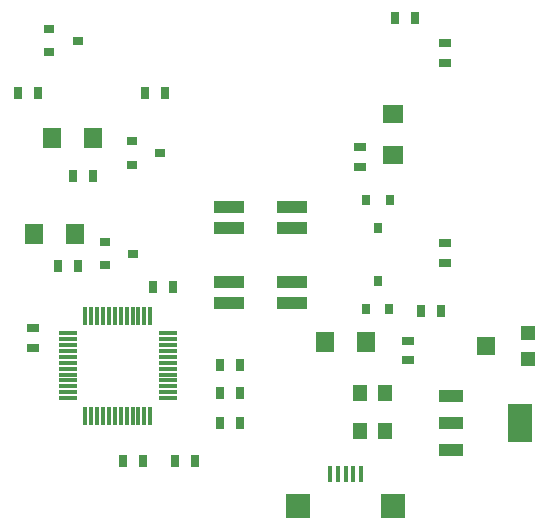
<source format=gbr>
%TF.GenerationSoftware,Altium Limited,Altium Designer,21.2.1 (34)*%
G04 Layer_Color=128*
%FSLAX25Y25*%
%MOIN*%
%TF.SameCoordinates,9F7D5B0E-9DD4-4BF0-BF89-A6B7BC673C6C*%
%TF.FilePolarity,Positive*%
%TF.FileFunction,Paste,Bot*%
%TF.Part,Single*%
G01*
G75*
%TA.AperFunction,SMDPad,CuDef*%
%ADD18R,0.03740X0.03150*%
%ADD19R,0.03150X0.03740*%
%ADD20R,0.03150X0.03937*%
%ADD21R,0.06000X0.07000*%
%ADD22R,0.07000X0.06000*%
%ADD23R,0.05906X0.01181*%
%ADD24R,0.03937X0.03150*%
%ADD25R,0.01181X0.05906*%
%ADD26R,0.04500X0.05400*%
%ADD27R,0.07874X0.07874*%
%ADD28R,0.01575X0.05512*%
%ADD29R,0.08465X0.03937*%
%ADD30R,0.08465X0.12992*%
%ADD31R,0.06299X0.06299*%
%ADD32R,0.04724X0.04724*%
%ADD33R,0.09843X0.03937*%
D18*
X37500Y170000D02*
D03*
X28051Y173937D02*
D03*
Y166063D02*
D03*
X56000Y99000D02*
D03*
X46551Y102937D02*
D03*
Y95063D02*
D03*
X65000Y132500D02*
D03*
X55551Y136437D02*
D03*
Y128563D02*
D03*
D19*
X137437Y89949D02*
D03*
X133500Y80500D02*
D03*
X141374D02*
D03*
X137500Y107500D02*
D03*
X141437Y116949D02*
D03*
X133563D02*
D03*
D20*
X91594Y62000D02*
D03*
X85000D02*
D03*
X37500Y95000D02*
D03*
X30906D02*
D03*
X42500Y125000D02*
D03*
X24094Y152500D02*
D03*
X35906Y125000D02*
D03*
X62500Y88000D02*
D03*
X69095D02*
D03*
X59095Y30000D02*
D03*
X52500D02*
D03*
X17500Y152500D02*
D03*
X91594Y52500D02*
D03*
X85000D02*
D03*
X91594Y42500D02*
D03*
X85000D02*
D03*
X70000Y30000D02*
D03*
X76595D02*
D03*
X60000Y152500D02*
D03*
X66594D02*
D03*
X143405Y177500D02*
D03*
X150000D02*
D03*
X158595Y80000D02*
D03*
X152000D02*
D03*
D21*
X120000Y69500D02*
D03*
X133500D02*
D03*
X23000Y105500D02*
D03*
X36500D02*
D03*
X42500Y137500D02*
D03*
X29000D02*
D03*
D22*
X142500Y145500D02*
D03*
Y132000D02*
D03*
D23*
X67461Y58681D02*
D03*
X34193Y50807D02*
D03*
Y52776D02*
D03*
Y54744D02*
D03*
Y56713D02*
D03*
Y58681D02*
D03*
Y60650D02*
D03*
Y62618D02*
D03*
Y64587D02*
D03*
Y66555D02*
D03*
Y68524D02*
D03*
Y70492D02*
D03*
Y72461D02*
D03*
X67461D02*
D03*
Y70492D02*
D03*
Y68524D02*
D03*
Y66555D02*
D03*
Y64587D02*
D03*
Y62618D02*
D03*
Y60650D02*
D03*
Y56713D02*
D03*
Y54744D02*
D03*
Y52776D02*
D03*
Y50807D02*
D03*
D24*
X131500Y134595D02*
D03*
X147500Y70000D02*
D03*
Y63406D02*
D03*
X131500Y128000D02*
D03*
X22500Y74094D02*
D03*
Y67500D02*
D03*
X160000Y162500D02*
D03*
Y169095D02*
D03*
Y95906D02*
D03*
Y102500D02*
D03*
D25*
X43937Y45000D02*
D03*
X40000D02*
D03*
X41969D02*
D03*
X61654D02*
D03*
X59685D02*
D03*
X57717D02*
D03*
X55748D02*
D03*
X53780D02*
D03*
X51811D02*
D03*
X49843D02*
D03*
X47874D02*
D03*
X45906D02*
D03*
X40000Y78268D02*
D03*
X41969D02*
D03*
X43937D02*
D03*
X45906D02*
D03*
X47874D02*
D03*
X49843D02*
D03*
X51811D02*
D03*
X53780D02*
D03*
X55748D02*
D03*
X57717D02*
D03*
X59685D02*
D03*
X61654D02*
D03*
D26*
X140000Y40000D02*
D03*
X131500D02*
D03*
X140000Y52500D02*
D03*
X131500D02*
D03*
D27*
X142500Y15000D02*
D03*
X111004D02*
D03*
D28*
X131870Y25630D02*
D03*
X129311D02*
D03*
X126752D02*
D03*
X124193D02*
D03*
X121634D02*
D03*
D29*
X161969Y33445D02*
D03*
Y42500D02*
D03*
Y51555D02*
D03*
D30*
X185000Y42500D02*
D03*
D31*
X173721Y68169D02*
D03*
D32*
X187500Y63839D02*
D03*
Y72500D02*
D03*
D33*
X109000Y82500D02*
D03*
Y114500D02*
D03*
X88000Y107500D02*
D03*
Y89500D02*
D03*
X109000D02*
D03*
X88000Y82500D02*
D03*
X109000Y107500D02*
D03*
X88000Y114500D02*
D03*
%TF.MD5,284ae30a37e42ffb50fc8a5944b1ce21*%
M02*

</source>
